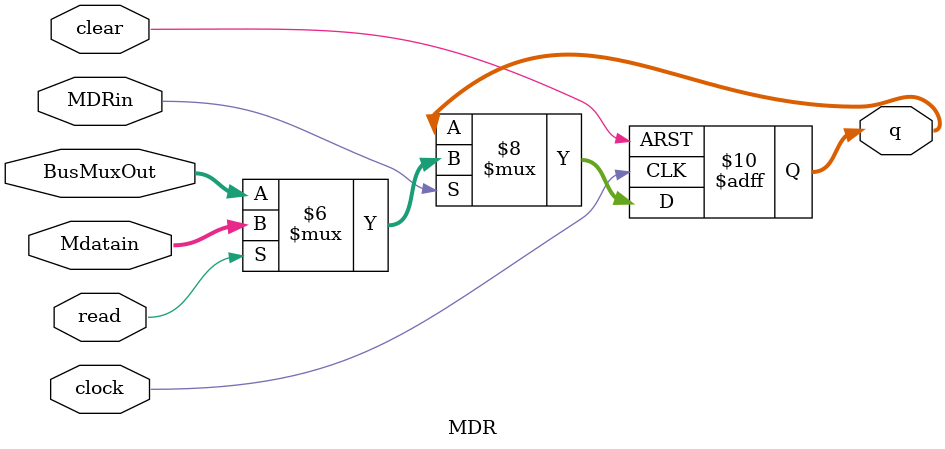
<source format=v>
module MDR (clear, clock, BusMuxOut, Mdatain, read, MDRin, q);
	input [31:0] BusMuxOut;
	input [31:0] Mdatain;
	input read;
	input clear, clock, MDRin;
	output[31:0] q;
	reg[31:0] q;
	
	always @ (posedge clock or negedge clear) begin
		if (!clear)
			q <= 32'b0;
		else
			if (MDRin)
				if (!read)
					q <= BusMuxOut;
				else
					q <= Mdatain;
			else
				q <= q;
	end
endmodule

</source>
